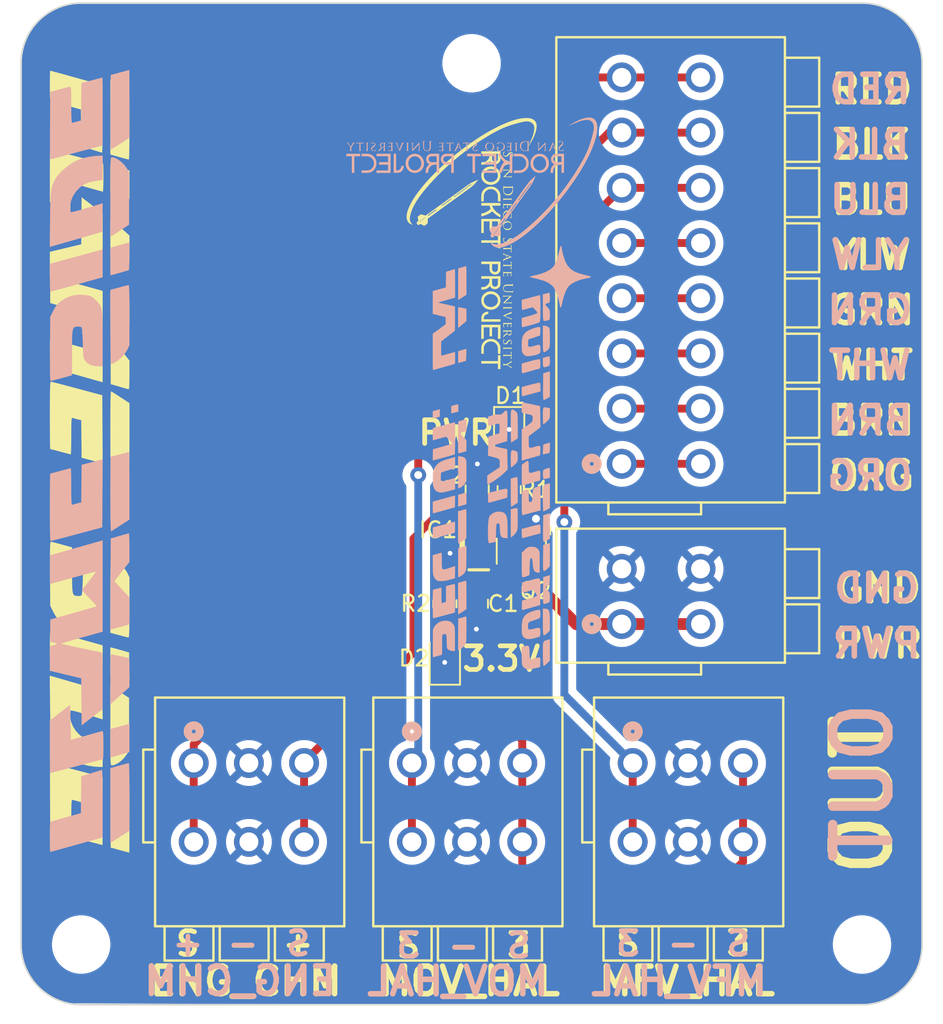
<source format=kicad_pcb>
(kicad_pcb (version 20241229) (generator "pcbnew") (generator_version "9.0")
  (layers (0 "F.Cu" signal) (2 "B.Cu" power) (13 "F.Paste" user) (15 "B.Paste" user) (5 "F.SilkS" user "F.Silkscreen") (7 "B.SilkS" user "B.Silkscreen") (1 "F.Mask" user) (3 "B.Mask" user) (25 "Edge.Cuts" user))
  (net 0 "")
  (net 1 "+3.3V")
  (net 2 "GND")
  (net 3 "VBUS")
  (net 4 "Net-(D1-A)")
  (net 5 "Net-(D2-A)")
  (net 6 "unconnected-(J1-4_1-Pad7)")
  (net 7 "MOV")
  (net 8 "ENG_CHAMBER")
  (net 9 "MFV")
  (net 10 "unconnected-(J1-5_1-Pad9)")
  (net 11 "+BATT")
  (net 12 "unconnected-(J1-2_1-Pad3)")
  (net 13 "unconnected-(J1-1_1-Pad1)")
  (net 14 "unconnected-(J1-3_1-Pad5)")
  (footprint "MountingHole:MountingHole_3.2mm_M3" (layer "F.Cu") (at 78.74 85.09)
    (property "Reference" "H2" (hide yes))
    (property "Value" "MountingHole")
    (pad "" np_thru_hole circle (at 0 0) (size 3.2 3.2) (drill 3.2) (layers "*.Cu" "*.Mask"))
  )
  (footprint "Wago_2601_1102:CONN2_2601-1102_WAG" (layer "F.Cu") (at 63.5 64.77 90)
    (property "Reference" "J2" (hide yes))
    (property "Value" "PWR IN")
    (pad "1" thru_hole circle (at 0 0 90) (size 1.9 1.9) (drill 1.2) (layers "*.Cu" "*.Mask") (net 11 "+BATT"))
    (pad "2" thru_hole circle (at 0 5 90) (size 1.9 1.9) (drill 1.2) (layers "*.Cu" "*.Mask") (net 11 "+BATT"))
    (pad "3" thru_hole circle (at 3.5 0 90) (size 1.9 1.9) (drill 1.2) (layers "*.Cu" "*.Mask") (net 2 "GND"))
    (pad "4" thru_hole circle (at 3.5 5 90) (size 1.9 1.9) (drill 1.2) (layers "*.Cu" "*.Mask") (net 2 "GND"))
  )
  (footprint "Wago_2601_1103:CONN3_2601-1103_WAG" (layer "F.Cu") (at 64.195 73.58)
    (property "Reference" "J4" (hide yes))
    (property "Value" "HALL_2")
    (pad "1" thru_hole circle (at 0 0) (size 1.9 1.9) (drill 1.2) (layers "*.Cu" "*.Mask") (net 9 "MFV"))
    (pad "2" thru_hole circle (at 0 5) (size 1.9 1.9) (drill 1.2) (layers "*.Cu" "*.Mask") (net 9 "MFV"))
    (pad "3" thru_hole circle (at 3.5 0) (size 1.9 1.9) (drill 1.2) (layers "*.Cu" "*.Mask") (net 2 "GND"))
    (pad "4" thru_hole circle (at 3.5 5) (size 1.9 1.9) (drill 1.2) (layers "*.Cu" "*.Mask") (net 2 "GND"))
    (pad "5" thru_hole circle (at 7.000001 0) (size 1.9 1.9) (drill 1.2) (layers "*.Cu" "*.Mask") (net 1 "+3.3V"))
    (pad "6" thru_hole circle (at 7.000001 5) (size 1.9 1.9) (drill 1.2) (layers "*.Cu" "*.Mask") (net 1 "+3.3V"))
  )
  (footprint "Resistor_SMD:R_0805_2012Metric" (layer "F.Cu") (at 56.36 56.242499 90)
    (property "Reference" "R1" (at 0.003471 1.67 180) (layer "F.SilkS"))
    (property "Value" "470")
    (pad "1" smd roundrect (at -0.9125 0 90) (size 1.025 1.4) (layers "F.Cu" "F.Mask" "F.Paste") (roundrect_rratio 0.243902) (net 3 "VBUS"))
    (pad "2" smd roundrect (at 0.9125 0 90) (size 1.025 1.4) (layers "F.Cu" "F.Mask" "F.Paste") (roundrect_rratio 0.243902) (net 4 "Net-(D1-A)"))
  )
  (footprint "SDSU RP:RP_Logo" (layer "F.Cu") (at 53.975 40.64 -90)
    (property "Reference" "G***" (hide yes))
    (property "Value" "LOGO" (hide yes))
  )
  (footprint "TLV76033DBZR:SOT95P237X112-3N" (layer "F.Cu") (at 53.379999 59.83 180)
    (property "Reference" "IC1" (at 1.53 1.03 180) (layer "F.SilkS"))
    (property "Value" "TLV76033DBZR" (hide yes))
    (pad "1" smd rect (at -1.050001 -0.95 270) (size 0.6 1.25) (layers "F.Cu" "F.Mask" "F.Paste") (net 1 "+3.3V"))
    (pad "2" smd rect (at -1.050001 0.95 270) (size 0.6 1.25) (layers "F.Cu" "F.Mask" "F.Paste") (net 3 "VBUS"))
    (pad "3" smd rect (at 1.05 0 270) (size 0.6 1.25) (layers "F.Cu" "F.Mask" "F.Paste") (net 2 "GND"))
  )
  (footprint "Capacitor_SMD:C_0805_2012Metric" (layer "F.Cu") (at 54.329999 56.23 90)
    (property "Reference" "C2" (at 0.89 -1.75 180) (layer "F.SilkS"))
    (property "Value" "0.1uF")
    (pad "1" smd roundrect (at -0.949999 0 90) (size 1 1.45) (layers "F.Cu" "F.Mask" "F.Paste") (net 3 "VBUS"))
    (pad "2" smd roundrect (at 0.949999 0 90) (size 1 1.45) (layers "F.Cu" "F.Mask" "F.Paste") (net 2 "GND"))
  )
  (footprint "MountingHole:MountingHole_3.2mm_M3" (layer "F.Cu") (at 29.21 85.09)
    (property "Reference" "H1" (hide yes))
    (property "Value" "MountingHole")
    (pad "" np_thru_hole circle (at 0 0) (size 3.2 3.2) (drill 3.2) (layers "*.Cu" "*.Mask"))
  )
  (footprint "Resistor_SMD:R_0805_2012Metric" (layer "F.Cu") (at 52.279999 63.479999 -90)
    (property "Reference" "R2" (at -0.009998 1.84 180) (layer "F.SilkS"))
    (property "Value" "75")
    (pad "1" smd roundrect (at -0.9125 0 270) (size 1.025 1.4) (layers "F.Cu" "F.Mask" "F.Paste") (roundrect_rratio 0.243902) (net 1 "+3.3V"))
    (pad "2" smd roundrect (at 0.9125 0 270) (size 1.025 1.4) (layers "F.Cu" "F.Mask" "F.Paste") (roundrect_rratio 0.243902) (net 5 "Net-(D2-A)"))
  )
  (footprint "LED_SMD:LED_0805_2012Metric" (layer "F.Cu") (at 56.36 52.692499 -90)
    (property "Reference" "D1" (at -2.402499 -0.069999 180) (layer "F.SilkS"))
    (property "Value" "GREEN")
    (pad "1" smd roundrect (at -0.937501 0 270) (size 0.975 1.4) (layers "F.Cu" "F.Mask" "F.Paste") (net 2 "GND"))
    (pad "2" smd roundrect (at 0.937501 0 270) (size 0.975 1.4) (layers "F.Cu" "F.Mask" "F.Paste") (net 4 "Net-(D1-A)"))
  )
  (footprint "Wago_2601_1103:CONN3_2601-1103_WAG" (layer "F.Cu") (at 36.35 73.58)
    (property "Reference" "J5" (hide yes))
    (property "Value" "PT_1")
    (pad "1" thru_hole circle (at 0 0) (size 1.9 1.9) (drill 1.2) (layers "*.Cu" "*.Mask") (net 8 "ENG_CHAMBER"))
    (pad "2" thru_hole circle (at 0 5) (size 1.9 1.9) (drill 1.2) (layers "*.Cu" "*.Mask") (net 8 "ENG_CHAMBER"))
    (pad "3" thru_hole circle (at 3.5 0) (size 1.9 1.9) (drill 1.2) (layers "*.Cu" "*.Mask") (net 2 "GND"))
    (pad "4" thru_hole circle (at 3.5 5) (size 1.9 1.9) (drill 1.2) (layers "*.Cu" "*.Mask") (net 2 "GND"))
    (pad "5" thru_hole circle (at 7.000001 0) (size 1.9 1.9) (drill 1.2) (layers "*.Cu" "*.Mask") (net 3 "VBUS"))
    (pad "6" thru_hole circle (at 7.000001 5) (size 1.9 1.9) (drill 1.2) (layers "*.Cu" "*.Mask") (net 3 "VBUS"))
  )
  (footprint "LED_SMD:LED_0805_2012Metric" (layer "F.Cu") (at 52.279999 66.929999 90)
    (property "Reference" "D2" (at -0.009189 -1.949999 180) (layer "F.SilkS"))
    (property "Value" "RED")
    (pad "1" smd roundrect (at -0.937501 0 90) (size 0.975 1.4) (layers "F.Cu" "F.Mask" "F.Paste") (net 2 "GND"))
    (pad "2" smd roundrect (at 0.937501 0 90) (size 0.975 1.4) (layers "F.Cu" "F.Mask" "F.Paste") (net 5 "Net-(D2-A)"))
  )
  (footprint "LOGO" (layer "F.Cu") (at 29.7 54.45 -90)
    (property "Reference" "G***" (hide yes))
    (property "Value" "LOGO" (hide yes))
  )
  (footprint "Package_TO_SOT_SMD:SOT-23-3" (layer "F.Cu") (at 57.129999 60.15 -90)
    (property "Reference" "Q2" (at 2.51 -0.9 180) (layer "F.SilkS"))
    (property "Value" "DMP3099L")
    (pad "1" smd roundrect (at -1.1375 -0.949999 270) (size 1.325 0.6) (layers "F.Cu" "F.Mask" "F.Paste") (net 2 "GND"))
    (pad "2" smd roundrect (at -1.1375 0.949999 270) (size 1.325 0.6) (layers "F.Cu" "F.Mask" "F.Paste") (net 3 "VBUS"))
    (pad "3" smd roundrect (at 1.1375 0 270) (size 1.325 0.6) (layers "F.Cu" "F.Mask" "F.Paste") (net 11 "+BATT"))
  )
  (footprint "Wago_2601_1108:CONN8_2601-1108_WAG" (layer "F.Cu") (at 63.5 54.61 90)
    (property "Reference" "J1" (hide yes))
    (property "Value" "SIGNAL_OUT")
    (pad "1" thru_hole circle (at 0 0 90) (size 1.9 1.9) (drill 1.2) (layers "*.Cu" "*.Mask") (net 13 "unconnected-(J1-1_1-Pad1)"))
    (pad "2" thru_hole circle (at 0 5 90) (size 1.9 1.9) (drill 1.2) (layers "*.Cu" "*.Mask") (net 13 "unconnected-(J1-1_1-Pad1)"))
    (pad "3" thru_hole circle (at 3.5 0 90) (size 1.9 1.9) (drill 1.2) (layers "*.Cu" "*.Mask") (net 12 "unconnected-(J1-2_1-Pad3)"))
    (pad "4" thru_hole circle (at 3.500001 4.999999 90) (size 1.9 1.9) (drill 1.2) (layers "*.Cu" "*.Mask") (net 12 "unconnected-(J1-2_1-Pad3)"))
    (pad "5" thru_hole circle (at 7.000002 0 90) (size 1.9 1.9) (drill 1.2) (layers "*.Cu" "*.Mask") (net 14 "unconnected-(J1-3_1-Pad5)"))
    (pad "6" thru_hole circle (at 7.000002 5 90) (size 1.9 1.9) (drill 1.2) (layers "*.Cu" "*.Mask") (net 14 "unconnected-(J1-3_1-Pad5)"))
    (pad "7" thru_hole circle (at 10.500003 0 90) (size 1.9 1.9) (drill 1.2) (layers "*.Cu" "*.Mask") (net 6 "unconnected-(J1-4_1-Pad7)"))
    (pad "8" thru_hole circle (at 10.500003 5 90) (size 1.9 1.9) (drill 1.2) (layers "*.Cu" "*.Mask") (net 6 "unconnected-(J1-4_1-Pad7)"))
    (pad "9" thru_hole circle (at 14.000003 0 90) (size 1.9 1.9) (drill 1.2) (layers "*.Cu" "*.Mask") (net 10 "unconnected-(J1-5_1-Pad9)"))
    (pad "10" thru_hole circle (at 14.000003 5 90) (size 1.9 1.9) (drill 1.2) (layers "*.Cu" "*.Mask") (net 10 "unconnected-(J1-5_1-Pad9)"))
    (pad "11" thru_hole circle (at 17.500003 0 90) (size 1.9 1.9) (drill 1.2) (layers "*.Cu" "*.Mask") (net 9 "MFV"))
    (pad "12" thru_hole circle (at 17.500003 5 90) (size 1.9 1.9) (drill 1.2) (layers "*.Cu" "*.Mask") (net 9 "MFV"))
    (pad "13" thru_hole circle (at 21.000004 0 90) (size 1.9 1.9) (drill 1.2) (layers "*.Cu" "*.Mask") (net 7 "MOV"))
    (pad "14" thru_hole circle (at 21.000004 5 90) (size 1.9 1.9) (drill 1.2) (layers "*.Cu" "*.Mask") (net 7 "MOV"))
    (pad "15" thru_hole circle (at 24.500005 0 90) (size 1.9 1.9) (drill 1.2) (layers "*.Cu" "*.Mask") (net 8 "ENG_CHAMBER"))
    (pad "16" thru_hole circle (at 24.500005 5 90) (size 1.9 1.9) (drill 1.2) (layers "*.Cu" "*.Mask") (net 8 "ENG_CHAMBER"))
  )
  (footprint "Capacitor_SMD:C_0805_2012Metric" (layer "F.Cu") (at 54.279999 63.479999 -90)
    (property "Reference" "C1" (at 0.000001 -1.7 180) (layer "F.SilkS"))
    (property "Value" "0.1uF")
    (pad "1" smd roundrect (at -0.949999 0 270) (size 1 1.45) (layers "F.Cu" "F.Mask" "F.Paste") (net 1 "+3.3V"))
    (pad "2" smd roundrect (at 0.949999 0 270) (size 1 1.45) (layers "F.Cu" "F.Mask" "F.Paste") (net 2 "GND"))
  )
  (footprint "Wago_2601_1103:CONN3_2601-1103_WAG" (layer "F.Cu") (at 50.19 73.58)
    (property "Reference" "J3" (hide yes))
    (property "Value" "HALL_1")
    (pad "1" thru_hole circle (at 0 0) (size 1.9 1.9) (drill 1.2) (layers "*.Cu" "*.Mask") (net 7 "MOV"))
    (pad "2" thru_hole circle (at 0 5) (size 1.9 1.9) (drill 1.2) (layers "*.Cu" "*.Mask") (net 7 "MOV"))
    (pad "3" thru_hole circle (at 3.5 0) (size 1.9 1.9) (drill 1.2) (layers "*.Cu" "*.Mask") (net 2 "GND"))
    (pad "4" thru_hole circle (at 3.5 5) (size 1.9 1.9) (drill 1.2) (layers "*.Cu" "*.Mask") (net 2 "GND"))
    (pad "5" thru_hole circle (at 7.000001 0) (size 1.9 1.9) (drill 1.2) (layers "*.Cu" "*.Mask") (net 1 "+3.3V"))
    (pad "6" thru_hole circle (at 7.000001 5) (size 1.9 1.9) (drill 1.2) (layers "*.Cu" "*.Mask") (net 1 "+3.3V"))
  )
  (footprint "MountingHole:MountingHole_3.2mm_M3" (layer "F.Cu") (at 53.975 29.21)
    (property "Reference" "H3" (hide yes))
    (property "Value" "MountingHole")
    (pad "" np_thru_hole circle (at 0 0) (size 3.2 3.2) (drill 3.2) (layers "*.Cu" "*.Mask"))
  )
  (footprint "LOGO" (layer "B.Cu") (at 58.546016 54.001485 90)
    (property "Reference" "G***" (hide yes))
    (property "Value" "LOGO" (hide yes))
  )
  (footprint "SDSU RP:RP_Logo" (layer "B.Cu") (at 53.99 36.78 180)
    (property "Reference" "G***" (hide yes))
    (property "Value" "LOGO" (hide yes))
  )
  (footprint "LOGO" (layer "B.Cu") (at 29.7 54.45 90)
    (property "Reference" "G***" (hide yes))
    (property "Value" "LOGO" (hide yes))
  )
  (footprint "LOGO" (layer "B.Cu") (at 52.56 54.48 90)
    (property "Reference" "G***" (hide yes))
    (property "Value" "LOGO" (hide yes))
  )
  (gr_line (start 25.4 85.09) (end 25.4 29.21) (stroke (width 0.1)) (layer "Edge.Cuts"))
  (gr_arc (start 29.21 88.9) (mid 26.515923 87.784077) (end 25.4 85.09) (stroke (width 0.1)) (layer "Edge.Cuts"))
  (gr_arc (start 82.55 85.09) (mid 81.434077 87.784077) (end 78.74 88.9) (stroke (width 0.1)) (layer "Edge.Cuts"))
  (gr_arc (start 25.4 29.21) (mid 26.515923 26.515923) (end 29.21 25.4) (stroke (width 0.1)) (layer "Edge.Cuts"))
  (gr_line (start 78.74 88.9) (end 29.21 88.9) (stroke (width 0.1)) (layer "Edge.Cuts"))
  (gr_line (start 82.55 29.21) (end 82.55 85.09) (stroke (width 0.1)) (layer "Edge.Cuts"))
  (gr_arc (start 78.74 25.4) (mid 81.434077 26.515923) (end 82.55 29.21) (stroke (width 0.1)) (layer "Edge.Cuts"))
  (gr_line (start 29.21 25.4) (end 78.74 25.4) (stroke (width 0.1)) (layer "Edge.Cuts"))
  (gr_text "RED" (at 76.585 31.889995 0) (layer "F.SilkS") (effects (font (size 1.75 1.75) (thickness 0.35) (bold yes)) (justify left bottom)))
  (gr_text "3" (at 56.970001 86.03 0) (layer "F.SilkS") (effects (font (size 1.5 1.5) (thickness 0.3) (bold yes)) (justify bottom)))
  (gr_text "BRN" (at 76.46 52.889995 0) (layer "F.SilkS") (effects (font (size 1.75 1.75) (thickness 0.35) (bold yes)) (justify left bottom)))
  (gr_text "BLK" (at 76.668333 35.389995 0) (layer "F.SilkS") (effects (font (size 1.75 1.75) (thickness 0.35) (bold yes)) (justify left bottom)))
  (gr_text "MFV_HAL" (at 67.65 88.44 0) (layer "F.SilkS") (effects (font (size 1.75 1.75) (thickness 0.35) (bold yes)) (justify bottom)))
  (gr_text "+" (at 42.970002 85.91 0) (layer "F.SilkS") (effects (font (size 1.5 1.5) (thickness 0.3) (bold yes)) (justify bottom)))
  (gr_text "PWR" (at 50.44575 53.516616 0) (layer "F.SilkS") (effects (font (size 1.5 1.5) (thickness 0.3) (bold yes)) (justify left bottom)))
  (gr_text "S" (at 35.970001 85.91 0) (layer "F.SilkS") (effects (font (size 1.5 1.5) (thickness 0.3) (bold yes)) (justify bottom)))
  (gr_text "ENG_CHM" (at 39.66 88.44 0) (layer "F.SilkS") (effects (font (size 1.75 1.75) (thickness 0.35) (bold yes)) (justify bottom)))
  (gr_text "-" (at 39.470002 85.91 0) (layer "F.SilkS") (effects (font (size 1.5 1.5) (thickness 0.3) (bold yes)) (justify bottom)))
  (gr_text "S" (at 63.895001 85.9 0) (layer "F.SilkS") (effects (font (size 1.5 1.5) (thickness 0.3) (bold yes)) (justify bottom)))
  (gr_text "BLU" (at 76.626666 38.889995 0) (layer "F.SilkS") (effects (font (size 1.75 1.75) (thickness 0.35) (bold yes)) (justify left bottom)))
  (gr_text "YLW" (at 76.668333 42.389995 0) (layer "F.SilkS") (effects (font (size 1.75 1.75) (thickness 0.35) (bold yes)) (justify left bottom)))
  (gr_text "PWR" (at 76.81 67.03 0) (layer "F.SilkS") (effects (font (size 1.75 1.75) (thickness 0.35) (bold yes)) (justify left bottom)))
  (gr_text "S" (at 49.97 86.03 0) (layer "F.SilkS") (effects (font (size 1.5 1.5) (thickness 0.3) (bold yes)) (justify bottom)))
  (gr_text "ORG" (at 76.46 56.39 0) (layer "F.SilkS") (effects (font (size 1.75 1.75) (thickness 0.35) (bold yes)) (justify left bottom)))
  (gr_text "3" (at 70.895002 85.9 0) (layer "F.SilkS") (effects (font (size 1.5 1.5) (thickness 0.3) (bold yes)) (justify bottom)))
  (gr_text "3.3V" (at 53.229999 67.85 0) (layer "F.SilkS") (effects (font (size 1.5 1.5) (thickness 0.3) (bold yes)) (justify left bottom)))
  (gr_text "-" (at 67.395002 85.9 0) (layer "F.SilkS") (effects (font (size 1.5 1.5) (thickness 0.3) (bold yes)) (justify bottom)))
  (gr_text "-" (at 53.470001 86.03 0) (layer "F.SilkS") (effects (font (size 1.5 1.5) (thickness 0.3) (bold yes)) (justify bottom)))
  (gr_text "MOV_HAL" (at 53.84 88.44 0) (layer "F.SilkS") (effects (font (size 1.75 1.75) (thickness 0.35) (bold yes)) (justify bottom)))
  (gr_text "GND" (at 76.893334 63.529999 0) (layer "F.SilkS") (effects (font (size 1.75 1.75) (thickness 0.35) (bold yes)) (justify left bottom)))
  (gr_text "GRN" (at 76.46 45.889995 0) (layer "F.SilkS") (effects (font (size 1.75 1.75) (thickness 0.35) (bold yes)) (justify left bottom)))
  (gr_text "WHT" (at 76.543333 49.389995 0) (layer "F.SilkS") (effects (font (size 1.75 1.75) (thickness 0.35) (bold yes)) (justify left bottom)))
  (gr_text "OUT" (at 80.81 81 90) (layer "F.SilkS") (effects (font (size 3.5 3.5) (thickness 0.6) (bold yes)) (justify left bottom)))
  (gr_text "YLW" (at 81.935 42.383996 0) (layer "B.SilkS") (effects (font (size 1.75 1.75) (thickness 0.35) (bold yes)) (justify left bottom mirror)))
  (gr_text "GND" (at 82.566666 63.524001 0) (layer "B.SilkS") (effects (font (size 1.75 1.75) (thickness 0.35) (bold yes)) (justify left bottom mirror)))
  (gr_text "S" (at 56.97 86.034 0) (layer "B.SilkS") (effects (font (size 1.5 1.5) (thickness 0.3) (bold yes)) (justify bottom mirror)))
  (gr_text "PWR" (at 82.65 67.024002 0) (layer "B.SilkS") (effects (font (size 1.75 1.75) (thickness 0.35) (bold yes)) (justify left bottom mirror)))
  (gr_text "ORG" (at 82.143333 56.384001 0) (layer "B.SilkS") (effects (font (size 1.75 1.75) (thickness 0.35) (bold yes)) (justify left bottom mirror)))
  (gr_text "-" (at 67.394998 85.904 0) (layer "B.SilkS") (effects (font (size 1.5 1.5) (thickness 0.3) (bold yes)) (justify bottom mirror)))
  (gr_text "BRN" (at 82.143333 52.883996 0) (layer "B.SilkS") (effects (font (size 1.75 1.75) (thickness 0.35) (bold yes)) (justify left bottom mirror)))
  (gr_text "ENG_CHM" (at 39.290001 88.424 0) (layer "B.SilkS") (effects (font (size 1.75 1.75) (thickness 0.35) (bold yes)) (justify bottom mirror)))
  (gr_text "S" (at 42.980001 85.894 0) (layer "B.SilkS") (effects (font (size 1.5 1.5) (thickness 0.3) (bold yes)) (justify bottom mirror)))
  (gr_text "MOV_HAL" (at 53.1 88.444 0) (layer "B.SilkS") (effects (font (size 1.75 1.75) (thickness 0.35) (bold yes)) (justify bottom mirror)))
  (gr_text "MFV_HAL" (at 67.14 88.444 0) (layer "B.SilkS") (effects (font (size 1.75 1.75) (thickness 0.35) (bold yes)) (justify bottom mirror)))
  (gr_text "RED" (at 82.018333 31.883996 0) (layer "B.SilkS") (effects (font (size 1.75 1.75) (thickness 0.35) (bold yes)) (justify left bottom mirror)))
  (gr_text "BLK" (at 81.935 35.383996 0) (layer "B.SilkS") (effects (font (size 1.75 1.75) (thickness 0.35) (bold yes)) (justify left bottom mirror)))
  (gr_text "3" (at 63.894999 85.904 0) (layer "B.SilkS") (effects (font (size 1.5 1.5) (thickness 0.3) (bold yes)) (justify bottom mirror)))
  (gr_text "GRN" (at 82.143333 45.883996 0) (layer "B.SilkS") (effects (font (size 1.75 1.75) (thickness 0.35) (bold yes)) (justify left bottom mirror)))
  (gr_text "3" (at 49.969999 86.034 0) (layer "B.SilkS") (effects (font (size 1.5 1.5) (thickness 0.3) (bold yes)) (justify bottom mirror)))
  (gr_text "WHT" (at 82.06 49.383997 0) (layer "B.SilkS") (effects (font (size 1.75 1.75) (thickness 0.35) (bold yes)) (justify left bottom mirror)))
  (gr_text "-" (at 53.469999 86.034001 0) (layer "B.SilkS") (effects (font (size 1.5 1.5) (thickness 0.3) (bold yes)) (justify bottom mirror)))
  (gr_text "S" (at 70.894999 85.904 0) (layer "B.SilkS") (effects (font (size 1.5 1.5) (thickness 0.3) (bold yes)) (justify bottom mirror)))
  (gr_text "-" (at 39.48 85.894 0) (layer "B.SilkS") (effects (font (size 1.5 1.5) (thickness 0.3) (bold yes)) (justify bottom mirror)))
  (gr_text "OUT" (at 80.84 69.42 90) (layer "B.SilkS") (effects (font (size 3.5 3.5) (thickness 0.6) (bold yes)) (justify left bottom mirror)))
  (gr_text "+" (at 35.98 85.894 0) (layer "B.SilkS") (effects (font (size 1.5 1.5) (thickness 0.3) (bold yes)) (justify bottom mirror)))
  (gr_text "BLU" (at 81.976667 38.883996 0) (layer "B.SilkS") (effects (font (size 1.75 1.75) (thickness 0.35) (bold yes)) (justify left bottom mirror)))
  (segment (start 57.190001 80.400001) (end 58.64 81.85) (width 0.5) (layer "F.Cu") (net 1))
  (segment (start 55.67 70.61) (end 57.190001 72.130001) (width 0.5) (layer "F.Cu") (net 1))
  (segment (start 55.4 62.53) (end 55.67 62.8) (width 0.5) (layer "F.Cu") (net 1))
  (segment (start 57.190001 73.58) (end 57.190001 78.58) (width 0.5) (layer "F.Cu") (net 1))
  (segment (start 69.19 81.85) (end 71.195001 79.844999) (width 0.5) (layer "F.Cu") (net 1))
  (segment (start 54.279999 62.53) (end 55.4 62.53) (width 0.5) (layer "F.Cu") (net 1))
  (segment (start 58.64 81.85) (end 69.19 81.85) (width 0.5) (layer "F.Cu") (net 1))
  (segment (start 57.190001 78.58) (end 57.190001 80.400001) (width 0.5) (layer "F.Cu") (net 1))
  (segment (start 71.195001 79.844999) (end 71.195001 78.58) (width 0.5) (layer "F.Cu") (net 1))
  (segment (start 57.190001 72.130001) (end 57.190001 73.58) (width 0.5) (layer "F.Cu") (net 1))
  (segment (start 55.67 62.8) (end 55.67 70.61) (width 0.5) (layer "F.Cu") (net 1))
  (segment (start 71.195001 73.58) (end 71.195001 78.58) (width 0.5) (layer "F.Cu") (net 1))
  (segment (start 52.329999 59.999999) (end 52.329999 59.83) (width 0.5) (layer "F.Cu") (net 2))
  (segment (start 54.329999 55.280001) (end 54.329999 54.630001) (width 0.5) (layer "F.Cu") (net 2))
  (segment (start 52.279999 67.209999) (end 52.27 67.2) (width 0.5) (layer "F.Cu") (net 2))
  (segment (start 56.36 51.754998) (end 56.36 52.43) (width 0.5) (layer "F.Cu") (net 2))
  (segment (start 54.329999 54.630001) (end 54.34 54.62) (width 0.5) (layer "F.Cu") (net 2))
  (segment (start 52.279999 67.8675) (end 52.279999 67.209999) (width 0.5) (layer "F.Cu") (net 2))
  (segment (start 58.079998 59.0125) (end 58.079998 58.109998) (width 0.5) (layer "F.Cu") (net 2))
  (segment (start 54.279999 64.429998) (end 54.28 65.09) (width 0.5) (layer "F.Cu") (net 2))
  (segment (start 58.079998 58.109998) (end 58.06 58.09) (width 0.5) (layer "F.Cu") (net 2))
  (segment (start 52.61 60.28) (end 52.329999 59.999999) (width 0.5) (layer "F.Cu") (net 2))
  (via (at 54.28 65.09) (size 0.7) (drill 0.3) (layers "F.Cu" "B.Cu") (net 2))
  (via (at 54.34 54.62) (size 0.7) (drill 0.3) (layers "F.Cu" "B.Cu") (net 2))
  (via (at 52.27 67.2) (size 0.7) (drill 0.3) (layers "F.Cu" "B.Cu") (net 2))
  (via (at 52.61 60.28) (size 0.7) (drill 0.3) (layers "F.Cu" "B.Cu") (net 2))
  (via (at 56.36 52.43) (size 0.7) (drill 0.3) (layers "F.Cu" "B.Cu") (net 2))
  (via (at 58.06 58.09) (size 1) (drill 0.5) (layers "F.Cu" "B.Cu") (net 2))
  (segment (start 51.55 58.09) (end 54.23 58.09) (width 0.5) (layer "F.Cu") (net 3))
  (segment (start 43.350001 78.58) (end 43.350001 73.509999) (width 0.5) (layer "F.Cu") (net 3))
  (segment (start 50.29 66.57) (end 50.29 59.35) (width 0.5) (layer "F.Cu") (net 3))
  (segment (start 50.29 59.35) (end 51.55 58.09) (width 0.5) (layer "F.Cu") (net 3))
  (segment (start 43.350001 73.509999) (end 50.29 66.57) (width 0.5) (layer "F.Cu") (net 3))
  (segment (start 56.36 53.63) (end 56.36 55.329999) (width 0.5) (layer "F.Cu") (net 4))
  (segment (start 52.279999 64.392499) (end 52.279999 65.992498) (width 0.5) (layer "F.Cu") (net 5))
  (segment (start 68.5 44.109997) (end 63.5 44.109997) (width 0.5) (layer "F.Cu") (net 6))
  (segment (start 68.5 33.609996) (end 63.5 33.609996) (width 0.5) (layer "F.Cu") (net 7))
  (segment (start 62.680004 33.609996) (end 63.5 33.609996) (width 0.5) (layer "F.Cu") (net 7))
  (segment (start 50.19 78.58) (end 50.19 73.58) (width 0.5) (layer "F.Cu") (net 7))
  (segment (start 50.59 45.7) (end 62.680004 33.609996) (width 0.5) (layer "F.Cu") (net 7))
  (segment (start 50.59 55.32) (end 50.59 45.7) (width 0.5) (layer "F.Cu") (net 7))
  (via (at 50.59 55.32) (size 1) (drill 0.5) (layers "F.Cu" "B.Cu") (net 7))
  (segment (start 50.59 73.18) (end 50.19 73.58) (width 0.5) (layer "B.Cu") (net 7))
  (segment (start 50.59 55.32) (end 50.59 73.18) (width 0.5) (layer "B.Cu") (net 7))
  (segment (start 36.35 72.4) (end 37.26 71.49) (width 0.5) (layer "F.Cu") (net 8))
  (segment (start 36.35 73.58) (end 36.35 72.4) (width 0.5) (layer "F.Cu") (net 8))
  (segment (start 48.8 65.49) (end 48.8 42.72) (width 0.5) (layer "F.Cu") (net 8))
  (segment (start 42.8 71.49) (end 48.8 65.49) (width 0.5) (layer "F.Cu") (net 8))
  (segment (start 36.35 78.58) (end 36.35 73.58) (width 0.5) (layer "F.Cu") (net 8))
  (segment (start 68.5 30.109995) (end 63.5 30.109995) (width 0.5) (layer "F.Cu") (net 8))
  (segment (start 48.8 42.72) (end 61.410005 30.109995) (width 0.5) (layer "F.Cu") (net 8))
  (segment (start 61.410005 30.109995) (end 63.5 30.109995) (width 0.5) (layer "F.Cu") (net 8))
  (segment (start 37.26 71.49) (end 42.8 71.49) (width 0.5) (layer "F.Cu") (net 8))
  (segment (start 59.86 40.749997) (end 63.5 37.109997) (width 0.5) (layer "F.Cu") (net 9))
  (segment (start 63.5 37.109997) (end 68.5 37.109997) (width 0.5) (layer "F.Cu") (net 9))
  (segment (start 59.86 58.3) (end 59.86 40.749997) (width 0.5) (layer "F.Cu") (net 9))
  (segment (start 64.195 78.58) (end 64.195 73.58) (width 0.5) (layer "F.Cu") (net 9))
  (via (at 59.86 58.3) (size 1) (drill 0.5) (layers "F.Cu" "B.Cu") (net 9))
  (segment (start 64.195 73.58) (end 59.86 69.245) (width 0.5) (layer "B.Cu") (net 9))
  (segment (start 59.86 69.245) (end 59.86 58.3) (width 0.5) (layer "B.Cu") (net 9))
  (segment (start 63.5 40.609997) (end 68.5 40.609997) (width 0.5) (layer "F.Cu") (net 10))
  (segment (start 60.612499 64.77) (end 63.5 64.77) (width 0.75) (layer "F.Cu") (net 11))
  (segment (start 63.5 64.77) (end 68.5 64.77) (width 0.75) (layer "F.Cu") (net 11))
  (segment (start 57.129999 61.2875) (end 60.612499 64.77) (width 0.75) (layer "F.Cu") (net 11))
  (segment (start 68.499999 51.109999) (end 63.5 51.11) (width 0.5) (layer "F.Cu") (net 12))
  (segment (start 63.5 54.61) (end 68.5 54.61) (width 0.5) (layer "F.Cu") (net 13))
  (segment (start 63.5 47.609998) (end 68.5 47.609998) (width 0.5) (layer "F.Cu") (net 14))
  (zone (net 3) (net_name "VBUS") (layer "F.Cu") (priority 1) (connect_pads yes (clearance 0.5)) (min_thickness 0.25) (fill yes (thermal_gap 0.5) (thermal_bridge_width 0.5))
    (polygon (pts (xy 57.095 56.469563) (xy 57.095 59.69) (xy 53.510001 59.69) (xy 53.49 56.48)))
  )
  (zone (net 1) (net_name "+3.3V") (layer "F.Cu") (priority 2) (connect_pads yes (clearance 0.5)) (min_thickness 0.25) (fill yes (thermal_gap 0.5) (thermal_bridge_width 0.5))
    (polygon (pts (xy 51.43 61.85) (xy 52.84 61.85) (xy 53.6 61.09) (xy 53.6 60.3) (xy 55.16 60.3) (xy 55.24 60.38) (xy 55.24 62.993745) (xy 55.003745 63.23) (xy 51.52 63.23) (xy 51.531254 63.218746) (xy 51.544999 63.218746) (xy 51.43 63.103747)))
  )
  (zone (net 2) (net_name "GND") (layer "B.Cu") (connect_pads (clearance 0.5)) (min_thickness 0.25) (fill yes (thermal_gap 0.5) (thermal_bridge_width 0.5))
    (polygon (pts (xy 25.4 88.8) (xy 25.35 25.2) (xy 82.5 25.4) (xy 82.6 89.05)))
  )
)
</source>
